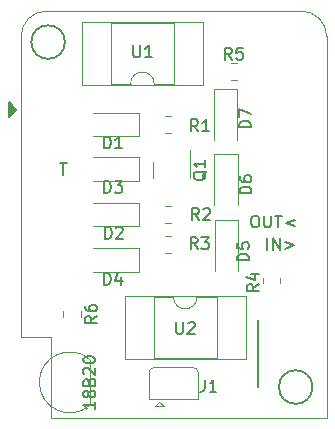
<source format=gbr>
%TF.GenerationSoftware,KiCad,Pcbnew,(6.0.4)*%
%TF.CreationDate,2022-03-20T22:01:37+01:00*%
%TF.ProjectId,opentherm,6f70656e-7468-4657-926d-2e6b69636164,rev?*%
%TF.SameCoordinates,Original*%
%TF.FileFunction,Legend,Top*%
%TF.FilePolarity,Positive*%
%FSLAX46Y46*%
G04 Gerber Fmt 4.6, Leading zero omitted, Abs format (unit mm)*
G04 Created by KiCad (PCBNEW (6.0.4)) date 2022-03-20 22:01:37*
%MOMM*%
%LPD*%
G01*
G04 APERTURE LIST*
%ADD10C,0.150000*%
%ADD11C,0.200000*%
%ADD12C,0.120000*%
G04 APERTURE END LIST*
D10*
X97504285Y-61682380D02*
X98075714Y-61682380D01*
X97790000Y-62682380D02*
X97790000Y-61682380D01*
X114300000Y-74930000D02*
X114300000Y-80645000D01*
X115062142Y-69032380D02*
X115062142Y-68032380D01*
X115538333Y-69032380D02*
X115538333Y-68032380D01*
X116109761Y-69032380D01*
X116109761Y-68032380D01*
X116585952Y-68365714D02*
X117347857Y-68651428D01*
X116585952Y-68937142D01*
X113950952Y-66127380D02*
X114141428Y-66127380D01*
X114236666Y-66175000D01*
X114331904Y-66270238D01*
X114379523Y-66460714D01*
X114379523Y-66794047D01*
X114331904Y-66984523D01*
X114236666Y-67079761D01*
X114141428Y-67127380D01*
X113950952Y-67127380D01*
X113855714Y-67079761D01*
X113760476Y-66984523D01*
X113712857Y-66794047D01*
X113712857Y-66460714D01*
X113760476Y-66270238D01*
X113855714Y-66175000D01*
X113950952Y-66127380D01*
X114808095Y-66127380D02*
X114808095Y-66936904D01*
X114855714Y-67032142D01*
X114903333Y-67079761D01*
X114998571Y-67127380D01*
X115189047Y-67127380D01*
X115284285Y-67079761D01*
X115331904Y-67032142D01*
X115379523Y-66936904D01*
X115379523Y-66127380D01*
X115712857Y-66127380D02*
X116284285Y-66127380D01*
X115998571Y-67127380D02*
X115998571Y-66127380D01*
X117379523Y-66460714D02*
X116617619Y-66746428D01*
X117379523Y-67032142D01*
D11*
X97939903Y-51435000D02*
G75*
G03*
X97939903Y-51435000I-1419903J0D01*
G01*
X118894903Y-80645000D02*
G75*
G03*
X118894903Y-80645000I-1419903J0D01*
G01*
D10*
%TO.C,*%
%TO.C,U2*%
X107363219Y-75147959D02*
X107363219Y-75957483D01*
X107410838Y-76052721D01*
X107458457Y-76100340D01*
X107553695Y-76147959D01*
X107744171Y-76147959D01*
X107839409Y-76100340D01*
X107887028Y-76052721D01*
X107934647Y-75957483D01*
X107934647Y-75147959D01*
X108363219Y-75243198D02*
X108410838Y-75195579D01*
X108506076Y-75147959D01*
X108744171Y-75147959D01*
X108839409Y-75195579D01*
X108887028Y-75243198D01*
X108934647Y-75338436D01*
X108934647Y-75433674D01*
X108887028Y-75576531D01*
X108315600Y-76147959D01*
X108934647Y-76147959D01*
%TO.C,18B20*%
X100500612Y-81905184D02*
X100500612Y-82476612D01*
X100500612Y-82190898D02*
X99500612Y-82190898D01*
X99643470Y-82286136D01*
X99738708Y-82381374D01*
X99786327Y-82476612D01*
X99929184Y-81333755D02*
X99881565Y-81428993D01*
X99833946Y-81476612D01*
X99738708Y-81524231D01*
X99691089Y-81524231D01*
X99595851Y-81476612D01*
X99548232Y-81428993D01*
X99500612Y-81333755D01*
X99500612Y-81143279D01*
X99548232Y-81048041D01*
X99595851Y-81000422D01*
X99691089Y-80952803D01*
X99738708Y-80952803D01*
X99833946Y-81000422D01*
X99881565Y-81048041D01*
X99929184Y-81143279D01*
X99929184Y-81333755D01*
X99976803Y-81428993D01*
X100024422Y-81476612D01*
X100119660Y-81524231D01*
X100310136Y-81524231D01*
X100405374Y-81476612D01*
X100452993Y-81428993D01*
X100500612Y-81333755D01*
X100500612Y-81143279D01*
X100452993Y-81048041D01*
X100405374Y-81000422D01*
X100310136Y-80952803D01*
X100119660Y-80952803D01*
X100024422Y-81000422D01*
X99976803Y-81048041D01*
X99929184Y-81143279D01*
X99976803Y-80190898D02*
X100024422Y-80048041D01*
X100072041Y-80000422D01*
X100167279Y-79952803D01*
X100310136Y-79952803D01*
X100405374Y-80000422D01*
X100452993Y-80048041D01*
X100500612Y-80143279D01*
X100500612Y-80524231D01*
X99500612Y-80524231D01*
X99500612Y-80190898D01*
X99548232Y-80095660D01*
X99595851Y-80048041D01*
X99691089Y-80000422D01*
X99786327Y-80000422D01*
X99881565Y-80048041D01*
X99929184Y-80095660D01*
X99976803Y-80190898D01*
X99976803Y-80524231D01*
X99595851Y-79571850D02*
X99548232Y-79524231D01*
X99500612Y-79428993D01*
X99500612Y-79190898D01*
X99548232Y-79095660D01*
X99595851Y-79048041D01*
X99691089Y-79000422D01*
X99786327Y-79000422D01*
X99929184Y-79048041D01*
X100500612Y-79619469D01*
X100500612Y-79000422D01*
X99500612Y-78381374D02*
X99500612Y-78286136D01*
X99548232Y-78190898D01*
X99595851Y-78143279D01*
X99691089Y-78095660D01*
X99881565Y-78048041D01*
X100119660Y-78048041D01*
X100310136Y-78095660D01*
X100405374Y-78143279D01*
X100452993Y-78190898D01*
X100500612Y-78286136D01*
X100500612Y-78381374D01*
X100452993Y-78476612D01*
X100405374Y-78524231D01*
X100310136Y-78571850D01*
X100119660Y-78619469D01*
X99881565Y-78619469D01*
X99691089Y-78571850D01*
X99595851Y-78524231D01*
X99548232Y-78476612D01*
X99500612Y-78381374D01*
%TO.C,R6*%
X100636053Y-74627320D02*
X100159863Y-74960654D01*
X100636053Y-75198749D02*
X99636053Y-75198749D01*
X99636053Y-74817796D01*
X99683673Y-74722558D01*
X99731292Y-74674939D01*
X99826530Y-74627320D01*
X99969387Y-74627320D01*
X100064625Y-74674939D01*
X100112244Y-74722558D01*
X100159863Y-74817796D01*
X100159863Y-75198749D01*
X99636053Y-73770177D02*
X99636053Y-73960654D01*
X99683673Y-74055892D01*
X99731292Y-74103511D01*
X99874149Y-74198749D01*
X100064625Y-74246368D01*
X100445577Y-74246368D01*
X100540815Y-74198749D01*
X100588434Y-74151130D01*
X100636053Y-74055892D01*
X100636053Y-73865415D01*
X100588434Y-73770177D01*
X100540815Y-73722558D01*
X100445577Y-73674939D01*
X100207482Y-73674939D01*
X100112244Y-73722558D01*
X100064625Y-73770177D01*
X100017006Y-73865415D01*
X100017006Y-74055892D01*
X100064625Y-74151130D01*
X100112244Y-74198749D01*
X100207482Y-74246368D01*
%TO.C,R5*%
X112085456Y-52914484D02*
X111752123Y-52438294D01*
X111514027Y-52914484D02*
X111514027Y-51914484D01*
X111894980Y-51914484D01*
X111990218Y-51962104D01*
X112037837Y-52009723D01*
X112085456Y-52104961D01*
X112085456Y-52247818D01*
X112037837Y-52343056D01*
X111990218Y-52390675D01*
X111894980Y-52438294D01*
X111514027Y-52438294D01*
X112990218Y-51914484D02*
X112514027Y-51914484D01*
X112466408Y-52390675D01*
X112514027Y-52343056D01*
X112609265Y-52295437D01*
X112847361Y-52295437D01*
X112942599Y-52343056D01*
X112990218Y-52390675D01*
X113037837Y-52485913D01*
X113037837Y-52724008D01*
X112990218Y-52819246D01*
X112942599Y-52866865D01*
X112847361Y-52914484D01*
X112609265Y-52914484D01*
X112514027Y-52866865D01*
X112466408Y-52819246D01*
%TO.C,R4*%
X114340545Y-71945293D02*
X113864355Y-72278627D01*
X114340545Y-72516722D02*
X113340545Y-72516722D01*
X113340545Y-72135769D01*
X113388165Y-72040531D01*
X113435784Y-71992912D01*
X113531022Y-71945293D01*
X113673879Y-71945293D01*
X113769117Y-71992912D01*
X113816736Y-72040531D01*
X113864355Y-72135769D01*
X113864355Y-72516722D01*
X113673879Y-71088150D02*
X114340545Y-71088150D01*
X113292926Y-71326246D02*
X114007212Y-71564341D01*
X114007212Y-70945293D01*
%TO.C,R3*%
X109167653Y-68963924D02*
X108834320Y-68487734D01*
X108596224Y-68963924D02*
X108596224Y-67963924D01*
X108977177Y-67963924D01*
X109072415Y-68011544D01*
X109120034Y-68059163D01*
X109167653Y-68154401D01*
X109167653Y-68297258D01*
X109120034Y-68392496D01*
X109072415Y-68440115D01*
X108977177Y-68487734D01*
X108596224Y-68487734D01*
X109500986Y-67963924D02*
X110120034Y-67963924D01*
X109786700Y-68344877D01*
X109929558Y-68344877D01*
X110024796Y-68392496D01*
X110072415Y-68440115D01*
X110120034Y-68535353D01*
X110120034Y-68773448D01*
X110072415Y-68868686D01*
X110024796Y-68916305D01*
X109929558Y-68963924D01*
X109643843Y-68963924D01*
X109548605Y-68916305D01*
X109500986Y-68868686D01*
%TO.C,R2*%
X109282292Y-66480082D02*
X108948959Y-66003892D01*
X108710863Y-66480082D02*
X108710863Y-65480082D01*
X109091816Y-65480082D01*
X109187054Y-65527702D01*
X109234673Y-65575321D01*
X109282292Y-65670559D01*
X109282292Y-65813416D01*
X109234673Y-65908654D01*
X109187054Y-65956273D01*
X109091816Y-66003892D01*
X108710863Y-66003892D01*
X109663244Y-65575321D02*
X109710863Y-65527702D01*
X109806101Y-65480082D01*
X110044197Y-65480082D01*
X110139435Y-65527702D01*
X110187054Y-65575321D01*
X110234673Y-65670559D01*
X110234673Y-65765797D01*
X110187054Y-65908654D01*
X109615625Y-66480082D01*
X110234673Y-66480082D01*
%TO.C,R1*%
X109205866Y-58990343D02*
X108872533Y-58514153D01*
X108634437Y-58990343D02*
X108634437Y-57990343D01*
X109015390Y-57990343D01*
X109110628Y-58037963D01*
X109158247Y-58085582D01*
X109205866Y-58180820D01*
X109205866Y-58323677D01*
X109158247Y-58418915D01*
X109110628Y-58466534D01*
X109015390Y-58514153D01*
X108634437Y-58514153D01*
X110158247Y-58990343D02*
X109586818Y-58990343D01*
X109872533Y-58990343D02*
X109872533Y-57990343D01*
X109777294Y-58133201D01*
X109682056Y-58228439D01*
X109586818Y-58276058D01*
%TO.C,J1*%
X109765245Y-80021782D02*
X109765245Y-80736068D01*
X109717626Y-80878925D01*
X109622388Y-80974163D01*
X109479531Y-81021782D01*
X109384293Y-81021782D01*
X110765245Y-81021782D02*
X110193817Y-81021782D01*
X110479531Y-81021782D02*
X110479531Y-80021782D01*
X110384293Y-80164640D01*
X110289055Y-80259878D01*
X110193817Y-80307497D01*
%TO.C,U1*%
X103732988Y-51723419D02*
X103732988Y-52532943D01*
X103780607Y-52628181D01*
X103828226Y-52675800D01*
X103923464Y-52723419D01*
X104113940Y-52723419D01*
X104209178Y-52675800D01*
X104256797Y-52628181D01*
X104304416Y-52532943D01*
X104304416Y-51723419D01*
X105304416Y-52723419D02*
X104732988Y-52723419D01*
X105018702Y-52723419D02*
X105018702Y-51723419D01*
X104923464Y-51866277D01*
X104828226Y-51961515D01*
X104732988Y-52009134D01*
%TO.C,Q1*%
X109924867Y-62358185D02*
X109877248Y-62453423D01*
X109782009Y-62548661D01*
X109639152Y-62691518D01*
X109591533Y-62786756D01*
X109591533Y-62881994D01*
X109829628Y-62834375D02*
X109782009Y-62929613D01*
X109686771Y-63024851D01*
X109496295Y-63072470D01*
X109162962Y-63072470D01*
X108972486Y-63024851D01*
X108877248Y-62929613D01*
X108829628Y-62834375D01*
X108829628Y-62643899D01*
X108877248Y-62548661D01*
X108972486Y-62453423D01*
X109162962Y-62405804D01*
X109496295Y-62405804D01*
X109686771Y-62453423D01*
X109782009Y-62548661D01*
X109829628Y-62643899D01*
X109829628Y-62834375D01*
X109829628Y-61453423D02*
X109829628Y-62024851D01*
X109829628Y-61739137D02*
X108829628Y-61739137D01*
X108972486Y-61834375D01*
X109067724Y-61929613D01*
X109115343Y-62024851D01*
%TO.C,D3*%
X101259337Y-64187305D02*
X101259337Y-63187305D01*
X101497433Y-63187305D01*
X101640290Y-63234925D01*
X101735528Y-63330163D01*
X101783147Y-63425401D01*
X101830766Y-63615877D01*
X101830766Y-63758734D01*
X101783147Y-63949210D01*
X101735528Y-64044448D01*
X101640290Y-64139686D01*
X101497433Y-64187305D01*
X101259337Y-64187305D01*
X102164099Y-63187305D02*
X102783147Y-63187305D01*
X102449813Y-63568258D01*
X102592671Y-63568258D01*
X102687909Y-63615877D01*
X102735528Y-63663496D01*
X102783147Y-63758734D01*
X102783147Y-63996829D01*
X102735528Y-64092067D01*
X102687909Y-64139686D01*
X102592671Y-64187305D01*
X102306956Y-64187305D01*
X102211718Y-64139686D01*
X102164099Y-64092067D01*
%TO.C,D5*%
X113512661Y-69911841D02*
X112512661Y-69911841D01*
X112512661Y-69673746D01*
X112560281Y-69530888D01*
X112655519Y-69435650D01*
X112750757Y-69388031D01*
X112941233Y-69340412D01*
X113084090Y-69340412D01*
X113274566Y-69388031D01*
X113369804Y-69435650D01*
X113465042Y-69530888D01*
X113512661Y-69673746D01*
X113512661Y-69911841D01*
X112512661Y-68435650D02*
X112512661Y-68911841D01*
X112988852Y-68959460D01*
X112941233Y-68911841D01*
X112893614Y-68816603D01*
X112893614Y-68578507D01*
X112941233Y-68483269D01*
X112988852Y-68435650D01*
X113084090Y-68388031D01*
X113322185Y-68388031D01*
X113417423Y-68435650D01*
X113465042Y-68483269D01*
X113512661Y-68578507D01*
X113512661Y-68816603D01*
X113465042Y-68911841D01*
X113417423Y-68959460D01*
%TO.C,D4*%
X101259337Y-71982747D02*
X101259337Y-70982747D01*
X101497433Y-70982747D01*
X101640290Y-71030367D01*
X101735528Y-71125605D01*
X101783147Y-71220843D01*
X101830766Y-71411319D01*
X101830766Y-71554176D01*
X101783147Y-71744652D01*
X101735528Y-71839890D01*
X101640290Y-71935128D01*
X101497433Y-71982747D01*
X101259337Y-71982747D01*
X102687909Y-71316081D02*
X102687909Y-71982747D01*
X102449813Y-70935128D02*
X102211718Y-71649414D01*
X102830766Y-71649414D01*
%TO.C,D6*%
X113722634Y-64243742D02*
X112722634Y-64243742D01*
X112722634Y-64005647D01*
X112770254Y-63862789D01*
X112865492Y-63767551D01*
X112960730Y-63719932D01*
X113151206Y-63672313D01*
X113294063Y-63672313D01*
X113484539Y-63719932D01*
X113579777Y-63767551D01*
X113675015Y-63862789D01*
X113722634Y-64005647D01*
X113722634Y-64243742D01*
X112722634Y-62815170D02*
X112722634Y-63005647D01*
X112770254Y-63100885D01*
X112817873Y-63148504D01*
X112960730Y-63243742D01*
X113151206Y-63291361D01*
X113532158Y-63291361D01*
X113627396Y-63243742D01*
X113675015Y-63196123D01*
X113722634Y-63100885D01*
X113722634Y-62910408D01*
X113675015Y-62815170D01*
X113627396Y-62767551D01*
X113532158Y-62719932D01*
X113294063Y-62719932D01*
X113198825Y-62767551D01*
X113151206Y-62815170D01*
X113103587Y-62910408D01*
X113103587Y-63100885D01*
X113151206Y-63196123D01*
X113198825Y-63243742D01*
X113294063Y-63291361D01*
%TO.C,D7*%
X113684421Y-58664651D02*
X112684421Y-58664651D01*
X112684421Y-58426556D01*
X112732041Y-58283698D01*
X112827279Y-58188460D01*
X112922517Y-58140841D01*
X113112993Y-58093222D01*
X113255850Y-58093222D01*
X113446326Y-58140841D01*
X113541564Y-58188460D01*
X113636802Y-58283698D01*
X113684421Y-58426556D01*
X113684421Y-58664651D01*
X112684421Y-57759889D02*
X112684421Y-57093222D01*
X113684421Y-57521794D01*
%TO.C,D1*%
X101259337Y-60442436D02*
X101259337Y-59442436D01*
X101497433Y-59442436D01*
X101640290Y-59490056D01*
X101735528Y-59585294D01*
X101783147Y-59680532D01*
X101830766Y-59871008D01*
X101830766Y-60013865D01*
X101783147Y-60204341D01*
X101735528Y-60299579D01*
X101640290Y-60394817D01*
X101497433Y-60442436D01*
X101259337Y-60442436D01*
X102783147Y-60442436D02*
X102211718Y-60442436D01*
X102497433Y-60442436D02*
X102497433Y-59442436D01*
X102402194Y-59585294D01*
X102306956Y-59680532D01*
X102211718Y-59728151D01*
%TO.C,D2*%
X101335763Y-68085026D02*
X101335763Y-67085026D01*
X101573859Y-67085026D01*
X101716716Y-67132646D01*
X101811954Y-67227884D01*
X101859573Y-67323122D01*
X101907192Y-67513598D01*
X101907192Y-67656455D01*
X101859573Y-67846931D01*
X101811954Y-67942169D01*
X101716716Y-68037407D01*
X101573859Y-68085026D01*
X101335763Y-68085026D01*
X102288144Y-67180265D02*
X102335763Y-67132646D01*
X102431001Y-67085026D01*
X102669097Y-67085026D01*
X102764335Y-67132646D01*
X102811954Y-67180265D01*
X102859573Y-67275503D01*
X102859573Y-67370741D01*
X102811954Y-67513598D01*
X102240525Y-68085026D01*
X102859573Y-68085026D01*
%TO.C,U3*%
G36*
X93830000Y-57150000D02*
G01*
X93195000Y-57785000D01*
X93195000Y-56515000D01*
X93830000Y-57150000D01*
G37*
X93830000Y-57150000D02*
X93195000Y-57785000D01*
X93195000Y-56515000D01*
X93830000Y-57150000D01*
D12*
X96365000Y-48810000D02*
G75*
G03*
X94235000Y-50940000I2J-2130002D01*
G01*
X120095000Y-50940000D02*
G75*
G03*
X117965000Y-48810000I-2130000J0D01*
G01*
X120095000Y-83270000D02*
X120095000Y-50940000D01*
X117975000Y-48810000D02*
X96365000Y-48810000D01*
X94235000Y-76370000D02*
X94235000Y-50940000D01*
X96775000Y-83270000D02*
X120095000Y-83270000D01*
X96775000Y-76370000D02*
X96775000Y-83270000D01*
X94235000Y-76370000D02*
X96775000Y-76370000D01*
%TO.C,U2*%
X107125124Y-73013505D02*
X105475124Y-73013505D01*
X105475124Y-78213505D02*
X110775124Y-78213505D01*
X113265124Y-78273505D02*
X113265124Y-72953505D01*
X102985124Y-72953505D02*
X102985124Y-78273505D01*
X110775124Y-73013505D02*
X109125124Y-73013505D01*
X102985124Y-78273505D02*
X113265124Y-78273505D01*
X105475124Y-73013505D02*
X105475124Y-78213505D01*
X113265124Y-72953505D02*
X102985124Y-72953505D01*
X110775124Y-78213505D02*
X110775124Y-73013505D01*
X107125124Y-73013505D02*
G75*
G03*
X109125124Y-73013505I1000000J0D01*
G01*
%TO.C,18B20*%
X100048232Y-82187327D02*
X100048232Y-78337327D01*
X100038354Y-78298716D02*
G75*
G03*
X100048232Y-82187327I-1690122J-1948611D01*
G01*
%TO.C,R6*%
X99268673Y-74233590D02*
X99268673Y-74687718D01*
X97798673Y-74233590D02*
X97798673Y-74687718D01*
%TO.C,R5*%
X112025059Y-53173548D02*
X112479187Y-53173548D01*
X112025059Y-54643548D02*
X112479187Y-54643548D01*
%TO.C,R4*%
X114675498Y-71853685D02*
X114675498Y-71399557D01*
X116145498Y-71853685D02*
X116145498Y-71399557D01*
%TO.C,R3*%
X106452936Y-67845000D02*
X106907064Y-67845000D01*
X106452936Y-69315000D02*
X106907064Y-69315000D01*
%TO.C,R2*%
X106907064Y-66775000D02*
X106452936Y-66775000D01*
X106907064Y-65305000D02*
X106452936Y-65305000D01*
%TO.C,R1*%
X106452936Y-57685000D02*
X106907064Y-57685000D01*
X106452936Y-59155000D02*
X106907064Y-59155000D01*
%TO.C,J1*%
X105565985Y-82270402D02*
X106327985Y-82270402D01*
X105546985Y-78969402D02*
X108746985Y-78969402D01*
X109246985Y-81669402D02*
X105046985Y-81669402D01*
X106327985Y-82270402D02*
X105946985Y-81889402D01*
X105946985Y-81889402D02*
X105565985Y-82270402D01*
X109246985Y-79469402D02*
X109246985Y-81669402D01*
X105046985Y-81669402D02*
X105046985Y-79469402D01*
X105546985Y-78969402D02*
G75*
G03*
X105046985Y-79469402I1J-500001D01*
G01*
X109246985Y-79469402D02*
G75*
G03*
X108746985Y-78969402I-500000J0D01*
G01*
%TO.C,U1*%
X105494893Y-54980030D02*
X107144893Y-54980030D01*
X107144893Y-49780030D02*
X101844893Y-49780030D01*
X99354893Y-49720030D02*
X99354893Y-55040030D01*
X109634893Y-55040030D02*
X109634893Y-49720030D01*
X101844893Y-54980030D02*
X103494893Y-54980030D01*
X109634893Y-49720030D02*
X99354893Y-49720030D01*
X107144893Y-54980030D02*
X107144893Y-49780030D01*
X99354893Y-55040030D02*
X109634893Y-55040030D01*
X101844893Y-49780030D02*
X101844893Y-54980030D01*
X105494893Y-54980030D02*
G75*
G03*
X103494893Y-54980030I-1000000J0D01*
G01*
%TO.C,Q1*%
X108537248Y-62262947D02*
X108537248Y-62912947D01*
X105417248Y-62262947D02*
X105417248Y-62912947D01*
X108537248Y-62262947D02*
X108537248Y-60587947D01*
X105417248Y-62262947D02*
X105417248Y-61612947D01*
%TO.C,D3*%
X104218324Y-63195613D02*
X100318324Y-63195613D01*
X104218324Y-63195613D02*
X104218324Y-61195613D01*
X104218324Y-61195613D02*
X100318324Y-61195613D01*
%TO.C,D5*%
X112614678Y-70785936D02*
X112614678Y-66485936D01*
X110614678Y-66485936D02*
X110614678Y-70785936D01*
X112614678Y-66485936D02*
X110614678Y-66485936D01*
%TO.C,D4*%
X104208828Y-70864819D02*
X100308828Y-70864819D01*
X104208828Y-70864819D02*
X104208828Y-68864819D01*
X104208828Y-68864819D02*
X100308828Y-68864819D01*
%TO.C,D6*%
X112572062Y-65250000D02*
X112572062Y-60950000D01*
X110572062Y-60950000D02*
X110572062Y-65250000D01*
X112572062Y-60950000D02*
X110572062Y-60950000D01*
%TO.C,D7*%
X112526076Y-59747334D02*
X112526076Y-55447334D01*
X110526076Y-55447334D02*
X110526076Y-59747334D01*
X112526076Y-55447334D02*
X110526076Y-55447334D01*
%TO.C,D1*%
X104208828Y-59420000D02*
X100308828Y-59420000D01*
X104208828Y-59420000D02*
X104208828Y-57420000D01*
X104208828Y-57420000D02*
X100308828Y-57420000D01*
%TO.C,D2*%
X104208828Y-67040000D02*
X100308828Y-67040000D01*
X104208828Y-67040000D02*
X104208828Y-65040000D01*
X104208828Y-65040000D02*
X100308828Y-65040000D01*
%TD*%
M02*

</source>
